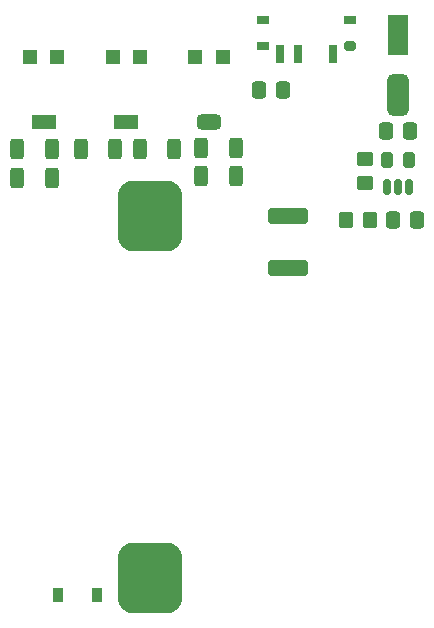
<source format=gbr>
%TF.GenerationSoftware,KiCad,Pcbnew,(6.0.2-0)*%
%TF.CreationDate,2023-06-03T21:44:48-06:00*%
%TF.ProjectId,catlin_card,6361746c-696e-45f6-9361-72642e6b6963,rev?*%
%TF.SameCoordinates,Original*%
%TF.FileFunction,Paste,Top*%
%TF.FilePolarity,Positive*%
%FSLAX46Y46*%
G04 Gerber Fmt 4.6, Leading zero omitted, Abs format (unit mm)*
G04 Created by KiCad (PCBNEW (6.0.2-0)) date 2023-06-03 21:44:48*
%MOMM*%
%LPD*%
G01*
G04 APERTURE LIST*
G04 Aperture macros list*
%AMRoundRect*
0 Rectangle with rounded corners*
0 $1 Rounding radius*
0 $2 $3 $4 $5 $6 $7 $8 $9 X,Y pos of 4 corners*
0 Add a 4 corners polygon primitive as box body*
4,1,4,$2,$3,$4,$5,$6,$7,$8,$9,$2,$3,0*
0 Add four circle primitives for the rounded corners*
1,1,$1+$1,$2,$3*
1,1,$1+$1,$4,$5*
1,1,$1+$1,$6,$7*
1,1,$1+$1,$8,$9*
0 Add four rect primitives between the rounded corners*
20,1,$1+$1,$2,$3,$4,$5,0*
20,1,$1+$1,$4,$5,$6,$7,0*
20,1,$1+$1,$6,$7,$8,$9,0*
20,1,$1+$1,$8,$9,$2,$3,0*%
G04 Aperture macros list end*
%ADD10RoundRect,0.250000X0.337500X0.475000X-0.337500X0.475000X-0.337500X-0.475000X0.337500X-0.475000X0*%
%ADD11R,1.800000X3.500000*%
%ADD12RoundRect,0.450000X-0.450000X1.300000X-0.450000X-1.300000X0.450000X-1.300000X0.450000X1.300000X0*%
%ADD13RoundRect,0.250000X0.312500X0.625000X-0.312500X0.625000X-0.312500X-0.625000X0.312500X-0.625000X0*%
%ADD14RoundRect,0.250000X-0.312500X-0.625000X0.312500X-0.625000X0.312500X0.625000X-0.312500X0.625000X0*%
%ADD15R,1.300000X1.300000*%
%ADD16R,2.000000X1.300000*%
%ADD17RoundRect,0.250000X-1.450000X0.400000X-1.450000X-0.400000X1.450000X-0.400000X1.450000X0.400000X0*%
%ADD18RoundRect,0.250000X-0.337500X-0.475000X0.337500X-0.475000X0.337500X0.475000X-0.337500X0.475000X0*%
%ADD19R,1.000000X0.800000*%
%ADD20RoundRect,0.200000X0.300000X0.200000X-0.300000X0.200000X-0.300000X-0.200000X0.300000X-0.200000X0*%
%ADD21R,0.700000X1.500000*%
%ADD22RoundRect,0.250000X-0.450000X0.350000X-0.450000X-0.350000X0.450000X-0.350000X0.450000X0.350000X0*%
%ADD23RoundRect,0.250000X-0.350000X-0.450000X0.350000X-0.450000X0.350000X0.450000X-0.350000X0.450000X0*%
%ADD24R,0.900000X1.200000*%
%ADD25RoundRect,1.375000X-1.375000X1.625000X-1.375000X-1.625000X1.375000X-1.625000X1.375000X1.625000X0*%
%ADD26RoundRect,0.150000X0.150000X-0.512500X0.150000X0.512500X-0.150000X0.512500X-0.150000X-0.512500X0*%
%ADD27RoundRect,0.250000X0.250000X-0.425000X0.250000X0.425000X-0.250000X0.425000X-0.250000X-0.425000X0*%
%ADD28RoundRect,0.325000X-0.675000X-0.325000X0.675000X-0.325000X0.675000X0.325000X-0.675000X0.325000X0*%
G04 APERTURE END LIST*
D10*
%TO.C,C2*%
X135637500Y-66000000D03*
X133562500Y-66000000D03*
%TD*%
D11*
%TO.C,D4*%
X134000000Y-50400000D03*
D12*
X134000000Y-55400000D03*
%TD*%
D13*
%TO.C,R5*%
X104662500Y-60000000D03*
X101737500Y-60000000D03*
%TD*%
%TO.C,R3*%
X110062500Y-60000000D03*
X107137500Y-60000000D03*
%TD*%
D14*
%TO.C,R1*%
X117337500Y-59900000D03*
X120262500Y-59900000D03*
%TD*%
D15*
%TO.C,RV3*%
X105150000Y-52250000D03*
D16*
X104000000Y-57750000D03*
D15*
X102850000Y-52250000D03*
%TD*%
D17*
%TO.C,TH1*%
X124700000Y-65675000D03*
X124700000Y-70125000D03*
%TD*%
D18*
%TO.C,C3*%
X132962500Y-58500000D03*
X135037500Y-58500000D03*
%TD*%
D19*
%TO.C,SW1*%
X122600000Y-49095000D03*
X129900000Y-49095000D03*
X122600000Y-51305000D03*
D20*
X129900000Y-51305000D03*
D21*
X128500000Y-51955000D03*
X125500000Y-51955000D03*
X124000000Y-51955000D03*
%TD*%
D13*
%TO.C,R6*%
X104662500Y-62500000D03*
X101737500Y-62500000D03*
%TD*%
D10*
%TO.C,C1*%
X124287500Y-55000000D03*
X122212500Y-55000000D03*
%TD*%
D22*
%TO.C,R7*%
X131200000Y-60900000D03*
X131200000Y-62900000D03*
%TD*%
D23*
%TO.C,R8*%
X129600000Y-66000000D03*
X131600000Y-66000000D03*
%TD*%
D24*
%TO.C,D5*%
X108550000Y-97800000D03*
X105250000Y-97800000D03*
%TD*%
D25*
%TO.C,BT1*%
X113000000Y-96300000D03*
X113000000Y-65700000D03*
%TD*%
D15*
%TO.C,RV2*%
X112150000Y-52250000D03*
D16*
X111000000Y-57750000D03*
D15*
X109850000Y-52250000D03*
%TD*%
D26*
%TO.C,U1*%
X133050000Y-63237500D03*
X134000000Y-63237500D03*
X134950000Y-63237500D03*
D27*
X134950000Y-60962500D03*
X133050000Y-60962500D03*
%TD*%
D14*
%TO.C,R4*%
X112137500Y-60000000D03*
X115062500Y-60000000D03*
%TD*%
%TO.C,R2*%
X117337500Y-62300000D03*
X120262500Y-62300000D03*
%TD*%
D15*
%TO.C,RV1*%
X119150000Y-52250000D03*
D28*
X118000000Y-57750000D03*
D15*
X116850000Y-52250000D03*
%TD*%
M02*

</source>
